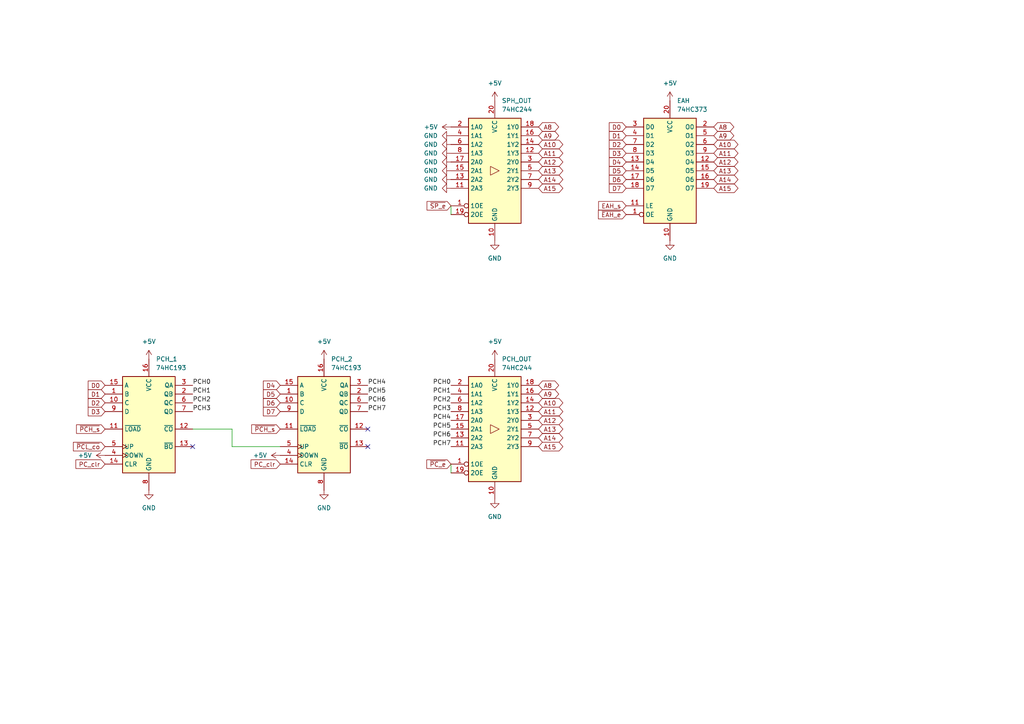
<source format=kicad_sch>
(kicad_sch (version 20211123) (generator eeschema)
  (paper "A4")
  (lib_symbols
    (symbol "74xx:74HC244"
      (property "Reference" "U" (at -7.62 16.51 0))
      (property "Value" "74HC244" (at -7.62 -16.51 0))
      (symbol "74HC244_1_0"
        (polyline (pts (xy 1.27 0) (xy -1.27 1.27) (xy -1.27 -1.27) (xy 1.27 0)) (stroke (width 0.1524)))
        (pin input inverted (at -12.7 -10.16 0) (length 5.08) (name "1OE") (number "1"))
        (pin power_in line (at 0 -20.32 90) (length 5.08) (name "GND") (number "10"))
        (pin input line (at -12.7 -5.08 0) (length 5.08) (name "2A3") (number "11"))
        (pin tri_state line (at 12.7 5.08 180) (length 5.08) (name "1Y3") (number "12"))
        (pin input line (at -12.7 -2.54 0) (length 5.08) (name "2A2") (number "13"))
        (pin tri_state line (at 12.7 7.62 180) (length 5.08) (name "1Y2") (number "14"))
        (pin input line (at -12.7 0 0) (length 5.08) (name "2A1") (number "15"))
        (pin tri_state line (at 12.7 10.16 180) (length 5.08) (name "1Y1") (number "16"))
        (pin input line (at -12.7 2.54 0) (length 5.08) (name "2A0") (number "17"))
        (pin tri_state line (at 12.7 12.7 180) (length 5.08) (name "1Y0") (number "18"))
        (pin input inverted (at -12.7 -12.7 0) (length 5.08) (name "2OE") (number "19"))
        (pin input line (at -12.7 12.7 0) (length 5.08) (name "1A0") (number "2"))
        (pin power_in line (at 0 20.32 270) (length 5.08) (name "VCC") (number "20"))
        (pin tri_state line (at 12.7 2.54 180) (length 5.08) (name "2Y0") (number "3"))
        (pin input line (at -12.7 10.16 0) (length 5.08) (name "1A1") (number "4"))
        (pin tri_state line (at 12.7 0 180) (length 5.08) (name "2Y1") (number "5"))
        (pin input line (at -12.7 7.62 0) (length 5.08) (name "1A2") (number "6"))
        (pin tri_state line (at 12.7 -2.54 180) (length 5.08) (name "2Y2") (number "7"))
        (pin input line (at -12.7 5.08 0) (length 5.08) (name "1A3") (number "8"))
        (pin tri_state line (at 12.7 -5.08 180) (length 5.08) (name "2Y3") (number "9"))
      )
      (symbol "74HC244_1_1"
        (rectangle (start -7.62 15.24) (end 7.62 -15.24) (stroke (width 0.254)) (fill (type background)))
      )
    )
    (symbol "74xx:74HC373"
      (property "Reference" "U" (at -7.62 16.51 0))
      (property "Value" "74HC373" (at -7.62 -16.51 0))
      (symbol "74HC373_1_0"
        (pin input inverted (at -12.7 -12.7 0) (length 5.08) (name "OE") (number "1"))
        (pin power_in line (at 0 -20.32 90) (length 5.08) (name "GND") (number "10"))
        (pin input line (at -12.7 -10.16 0) (length 5.08) (name "LE") (number "11"))
        (pin tri_state line (at 12.7 2.54 180) (length 5.08) (name "O4") (number "12"))
        (pin input line (at -12.7 2.54 0) (length 5.08) (name "D4") (number "13"))
        (pin input line (at -12.7 0 0) (length 5.08) (name "D5") (number "14"))
        (pin tri_state line (at 12.7 0 180) (length 5.08) (name "O5") (number "15"))
        (pin tri_state line (at 12.7 -2.54 180) (length 5.08) (name "O6") (number "16"))
        (pin input line (at -12.7 -2.54 0) (length 5.08) (name "D6") (number "17"))
        (pin input line (at -12.7 -5.08 0) (length 5.08) (name "D7") (number "18"))
        (pin tri_state line (at 12.7 -5.08 180) (length 5.08) (name "O7") (number "19"))
        (pin tri_state line (at 12.7 12.7 180) (length 5.08) (name "O0") (number "2"))
        (pin power_in line (at 0 20.32 270) (length 5.08) (name "VCC") (number "20"))
        (pin input line (at -12.7 12.7 0) (length 5.08) (name "D0") (number "3"))
        (pin input line (at -12.7 10.16 0) (length 5.08) (name "D1") (number "4"))
        (pin tri_state line (at 12.7 10.16 180) (length 5.08) (name "O1") (number "5"))
        (pin tri_state line (at 12.7 7.62 180) (length 5.08) (name "O2") (number "6"))
        (pin input line (at -12.7 7.62 0) (length 5.08) (name "D2") (number "7"))
        (pin input line (at -12.7 5.08 0) (length 5.08) (name "D3") (number "8"))
        (pin tri_state line (at 12.7 5.08 180) (length 5.08) (name "O3") (number "9"))
      )
      (symbol "74HC373_1_1"
        (rectangle (start -7.62 15.24) (end 7.62 -15.24) (stroke (width 0.254)) (fill (type background)))
      )
    )
    (symbol "74xx:74LS193"
      (property "Reference" "U" (at -7.62 13.97 0))
      (property "Value" "74LS193" (at 5.08 13.97 0))
      (symbol "74LS193_1_0"
        (pin input line (at -12.7 7.62 0) (length 5.08) (name "B") (number "1"))
        (pin input line (at -12.7 5.08 0) (length 5.08) (name "C") (number "10"))
        (pin input line (at -12.7 -2.54 0) (length 5.08) (name "~{LOAD}") (number "11"))
        (pin output line (at 12.7 -2.54 180) (length 5.08) (name "~{CO}") (number "12"))
        (pin output line (at 12.7 -7.62 180) (length 5.08) (name "~{BO}") (number "13"))
        (pin input line (at -12.7 -12.7 0) (length 5.08) (name "CLR") (number "14"))
        (pin input line (at -12.7 10.16 0) (length 5.08) (name "A") (number "15"))
        (pin power_in line (at 0 17.78 270) (length 5.08) (name "VCC") (number "16"))
        (pin output line (at 12.7 7.62 180) (length 5.08) (name "QB") (number "2"))
        (pin output line (at 12.7 10.16 180) (length 5.08) (name "QA") (number "3"))
        (pin input clock (at -12.7 -10.16 0) (length 5.08) (name "DOWN") (number "4"))
        (pin input clock (at -12.7 -7.62 0) (length 5.08) (name "UP") (number "5"))
        (pin output line (at 12.7 5.08 180) (length 5.08) (name "QC") (number "6"))
        (pin output line (at 12.7 2.54 180) (length 5.08) (name "QD") (number "7"))
        (pin power_in line (at 0 -20.32 90) (length 5.08) (name "GND") (number "8"))
        (pin input line (at -12.7 2.54 0) (length 5.08) (name "D") (number "9"))
      )
      (symbol "74LS193_1_1"
        (rectangle (start -7.62 12.7) (end 7.62 -15.24) (stroke (width 0.254)) (fill (type background)))
      )
    )
    (symbol "power:+5V" (power) (pin_names (offset 0))
      (property "Value" "+5V" (at 0 3.556 0))
      (symbol "+5V_0_1"
        (polyline (pts (xy -0.762 1.27) (xy 0 2.54)))
        (polyline (pts (xy 0 0) (xy 0 2.54)))
        (polyline (pts (xy 0 2.54) (xy 0.762 1.27)))
      )
      (symbol "+5V_1_1"
        (pin power_in line (at 0 0 90) (length 0) hide (name "+5V") (number "1"))
      )
    )
    (symbol "power:GND" (power) (pin_names (offset 0))
      (property "Value" "GND" (at 0 -3.81 0))
      (symbol "GND_0_1"
        (polyline (pts (xy 0 0) (xy 0 -1.27) (xy 1.27 -1.27) (xy 0 -2.54) (xy -1.27 -1.27) (xy 0 -1.27)))
      )
      (symbol "GND_1_1"
        (pin power_in line (at 0 0 270) (length 0) hide (name "GND") (number "1"))
      )
    )
  )
  (no_connect (at 106.68 124.46))
  (no_connect (at 55.88 129.54))
  (no_connect (at 106.68 129.54))
  (wire (pts (xy 67.31 124.46) (xy 67.31 129.54)))
  (wire (pts (xy 67.31 129.54) (xy 81.28 129.54)))
  (wire (pts (xy 55.88 124.46) (xy 67.31 124.46)))
  (wire (pts (xy 130.81 59.69) (xy 130.81 62.23)))
  (wire (pts (xy 130.81 134.62) (xy 130.81 137.16)))
  (label "PCH4" (at 130.81 121.92 180))
  (label "PCH1" (at 130.81 114.3 180))
  (label "PCH7" (at 130.81 129.54 180))
  (label "PCH2" (at 55.88 116.84 0))
  (label "PCH2" (at 130.81 116.84 180))
  (label "PCH6" (at 106.68 116.84 0))
  (label "PCH3" (at 130.81 119.38 180))
  (label "PCH3" (at 55.88 119.38 0))
  (label "PCH0" (at 55.88 111.76 0))
  (label "PCH5" (at 106.68 114.3 0))
  (label "PCH5" (at 130.81 124.46 180))
  (label "PCH7" (at 106.68 119.38 0))
  (label "PCH1" (at 55.88 114.3 0))
  (label "PCH0" (at 130.81 111.76 180))
  (label "PCH4" (at 106.68 111.76 0))
  (label "PCH6" (at 130.81 127 180))
  (global_label "EAH_s" (shape input) (at 181.61 59.69 180) (property "Intersheet References" "${INTERSHEET_REFS}" (effects hide)))
  (global_label "A13" (shape tri_state) (at 156.21 124.46 0) (property "Intersheet References" "${INTERSHEET_REFS}" (effects hide)))
  (global_label "A13" (shape tri_state) (at 207.01 49.53 0) (property "Intersheet References" "${INTERSHEET_REFS}" (effects hide)))
  (global_label "A8" (shape tri_state) (at 207.01 36.83 0) (property "Intersheet References" "${INTERSHEET_REFS}" (effects hide)))
  (global_label "A10" (shape tri_state) (at 156.21 116.84 0) (property "Intersheet References" "${INTERSHEET_REFS}" (effects hide)))
  (global_label "A11" (shape tri_state) (at 207.01 44.45 0) (property "Intersheet References" "${INTERSHEET_REFS}" (effects hide)))
  (global_label "~{PCL_co}" (shape input) (at 30.48 129.54 180) (property "Intersheet References" "${INTERSHEET_REFS}" (effects hide)))
  (global_label "A9" (shape tri_state) (at 156.21 114.3 0) (property "Intersheet References" "${INTERSHEET_REFS}" (effects hide)))
  (global_label "A15" (shape tri_state) (at 207.01 54.61 0) (property "Intersheet References" "${INTERSHEET_REFS}" (effects hide)))
  (global_label "PC_clr" (shape input) (at 81.28 134.62 180) (property "Intersheet References" "${INTERSHEET_REFS}" (effects hide)))
  (global_label "A15" (shape tri_state) (at 156.21 54.61 0) (property "Intersheet References" "${INTERSHEET_REFS}" (effects hide)))
  (global_label "D5" (shape input) (at 181.61 49.53 180) (property "Intersheet References" "${INTERSHEET_REFS}" (effects hide)))
  (global_label "A15" (shape tri_state) (at 156.21 129.54 0) (property "Intersheet References" "${INTERSHEET_REFS}" (effects hide)))
  (global_label "D0" (shape input) (at 181.61 36.83 180) (property "Intersheet References" "${INTERSHEET_REFS}" (effects hide)))
  (global_label "A10" (shape tri_state) (at 207.01 41.91 0) (property "Intersheet References" "${INTERSHEET_REFS}" (effects hide)))
  (global_label "~{PC_e}" (shape input) (at 130.81 134.62 180) (property "Intersheet References" "${INTERSHEET_REFS}" (effects hide)))
  (global_label "A9" (shape tri_state) (at 156.21 39.37 0) (property "Intersheet References" "${INTERSHEET_REFS}" (effects hide)))
  (global_label "D0" (shape input) (at 30.48 111.76 180) (property "Intersheet References" "${INTERSHEET_REFS}" (effects hide)))
  (global_label "D5" (shape input) (at 81.28 114.3 180) (property "Intersheet References" "${INTERSHEET_REFS}" (effects hide)))
  (global_label "D2" (shape input) (at 30.48 116.84 180) (property "Intersheet References" "${INTERSHEET_REFS}" (effects hide)))
  (global_label "D6" (shape input) (at 81.28 116.84 180) (property "Intersheet References" "${INTERSHEET_REFS}" (effects hide)))
  (global_label "A9" (shape tri_state) (at 207.01 39.37 0) (property "Intersheet References" "${INTERSHEET_REFS}" (effects hide)))
  (global_label "D7" (shape input) (at 81.28 119.38 180) (property "Intersheet References" "${INTERSHEET_REFS}" (effects hide)))
  (global_label "D7" (shape input) (at 181.61 54.61 180) (property "Intersheet References" "${INTERSHEET_REFS}" (effects hide)))
  (global_label "A12" (shape tri_state) (at 156.21 121.92 0) (property "Intersheet References" "${INTERSHEET_REFS}" (effects hide)))
  (global_label "A12" (shape tri_state) (at 207.01 46.99 0) (property "Intersheet References" "${INTERSHEET_REFS}" (effects hide)))
  (global_label "A8" (shape tri_state) (at 156.21 36.83 0) (property "Intersheet References" "${INTERSHEET_REFS}" (effects hide)))
  (global_label "D2" (shape input) (at 181.61 41.91 180) (property "Intersheet References" "${INTERSHEET_REFS}" (effects hide)))
  (global_label "A14" (shape tri_state) (at 207.01 52.07 0) (property "Intersheet References" "${INTERSHEET_REFS}" (effects hide)))
  (global_label "A13" (shape tri_state) (at 156.21 49.53 0) (property "Intersheet References" "${INTERSHEET_REFS}" (effects hide)))
  (global_label "A12" (shape tri_state) (at 156.21 46.99 0) (property "Intersheet References" "${INTERSHEET_REFS}" (effects hide)))
  (global_label "D1" (shape input) (at 181.61 39.37 180) (property "Intersheet References" "${INTERSHEET_REFS}" (effects hide)))
  (global_label "D1" (shape input) (at 30.48 114.3 180) (property "Intersheet References" "${INTERSHEET_REFS}" (effects hide)))
  (global_label "~{EAH_e}" (shape input) (at 181.61 62.23 180) (property "Intersheet References" "${INTERSHEET_REFS}" (effects hide)))
  (global_label "D6" (shape input) (at 181.61 52.07 180) (property "Intersheet References" "${INTERSHEET_REFS}" (effects hide)))
  (global_label "A10" (shape tri_state) (at 156.21 41.91 0) (property "Intersheet References" "${INTERSHEET_REFS}" (effects hide)))
  (global_label "A11" (shape tri_state) (at 156.21 119.38 0) (property "Intersheet References" "${INTERSHEET_REFS}" (effects hide)))
  (global_label "A14" (shape tri_state) (at 156.21 52.07 0) (property "Intersheet References" "${INTERSHEET_REFS}" (effects hide)))
  (global_label "PC_clr" (shape input) (at 30.48 134.62 180) (property "Intersheet References" "${INTERSHEET_REFS}" (effects hide)))
  (global_label "~{SP_e}" (shape input) (at 130.81 59.69 180) (property "Intersheet References" "${INTERSHEET_REFS}" (effects hide)))
  (global_label "~{PCH_s}" (shape input) (at 30.48 124.46 180) (property "Intersheet References" "${INTERSHEET_REFS}" (effects hide)))
  (global_label "A14" (shape tri_state) (at 156.21 127 0) (property "Intersheet References" "${INTERSHEET_REFS}" (effects hide)))
  (global_label "~{PCH_s}" (shape input) (at 81.28 124.46 180) (property "Intersheet References" "${INTERSHEET_REFS}" (effects hide)))
  (global_label "D3" (shape input) (at 181.61 44.45 180) (property "Intersheet References" "${INTERSHEET_REFS}" (effects hide)))
  (global_label "D4" (shape input) (at 81.28 111.76 180) (property "Intersheet References" "${INTERSHEET_REFS}" (effects hide)))
  (global_label "D3" (shape input) (at 30.48 119.38 180) (property "Intersheet References" "${INTERSHEET_REFS}" (effects hide)))
  (global_label "A8" (shape tri_state) (at 156.21 111.76 0) (property "Intersheet References" "${INTERSHEET_REFS}" (effects hide)))
  (global_label "A11" (shape tri_state) (at 156.21 44.45 0) (property "Intersheet References" "${INTERSHEET_REFS}" (effects hide)))
  (global_label "D4" (shape input) (at 181.61 46.99 180) (property "Intersheet References" "${INTERSHEET_REFS}" (effects hide)))
  (symbol (lib_id "power:GND") (at 130.81 39.37 270) (unit 1)
    (property "Reference" "#PWR0202" (effects hide))
    (property "Value" "GND" (at 127 39.3699 90) (effects (justify right)))
  )
  (symbol (lib_id "power:GND") (at 130.81 41.91 270) (unit 1)
    (property "Reference" "#PWR0201" (effects hide))
    (property "Value" "GND" (at 127 41.9099 90) (effects (justify right)))
  )
  (symbol (lib_id "power:GND") (at 130.81 44.45 270) (unit 1)
    (property "Reference" "#PWR0200" (effects hide))
    (property "Value" "GND" (at 127 44.4499 90) (effects (justify right)))
  )
  (symbol (lib_id "74xx:74HC373") (at 194.31 49.53 0) (unit 1)
    (property "Reference" "EAH" (at 196.3294 29.21 0) (effects (justify left)))
    (property "Value" "74HC373" (at 196.3294 31.75 0) (effects (justify left)))
    (property "Datasheet" "https://www.ti.com/lit/ds/symlink/cd54hc373.pdf" (effects hide))
  )
  (symbol (lib_id "74xx:74LS193") (at 43.18 121.92 0) (unit 1)
    (property "Reference" "PCH_1" (at 45.1994 104.14 0) (effects (justify left)))
    (property "Value" "74HC193" (at 45.1994 106.68 0) (effects (justify left)))
    (property "Datasheet" "http://www.ti.com/lit/ds/symlink/sn74ls193.pdf" (effects hide))
  )
  (symbol (lib_id "power:GND") (at 130.81 54.61 270) (unit 1)
    (property "Reference" "#PWR0203" (effects hide))
    (property "Value" "GND" (at 127 54.6099 90) (effects (justify right)))
  )
  (symbol (lib_id "power:+5V") (at 194.31 29.21 0) (unit 1)
    (property "Reference" "#PWR0206" (effects hide))
    (property "Value" "+5V" (at 194.31 24.13 0))
  )
  (symbol (lib_id "74xx:74LS193") (at 93.98 121.92 0) (unit 1)
    (property "Reference" "PCH_2" (at 95.9994 104.14 0) (effects (justify left)))
    (property "Value" "74HC193" (at 95.9994 106.68 0) (effects (justify left)))
    (property "Datasheet" "http://www.ti.com/lit/ds/symlink/sn74ls193.pdf" (effects hide))
  )
  (symbol (lib_id "74xx:74HC244") (at 143.51 49.53 0) (unit 1)
    (property "Reference" "SPH_OUT" (at 145.5294 29.21 0) (effects (justify left)))
    (property "Value" "74HC244" (at 145.5294 31.75 0) (effects (justify left)))
    (property "Datasheet" "https://assets.nexperia.com/documents/data-sheet/74HC_HCT244.pdf" (effects hide))
  )
  (symbol (lib_id "power:GND") (at 43.18 142.24 0) (unit 1)
    (property "Reference" "#PWR0210" (effects hide))
    (property "Value" "GND" (at 43.18 147.32 0))
  )
  (symbol (lib_id "power:+5V") (at 143.51 29.21 0) (unit 1)
    (property "Reference" "#PWR0205" (effects hide))
    (property "Value" "+5V" (at 143.51 24.13 0))
  )
  (symbol (lib_id "power:GND") (at 130.81 46.99 270) (unit 1)
    (property "Reference" "#PWR0199" (effects hide))
    (property "Value" "GND" (at 127 46.9899 90) (effects (justify right)))
  )
  (symbol (lib_id "power:GND") (at 194.31 69.85 0) (unit 1)
    (property "Reference" "#PWR0207" (effects hide))
    (property "Value" "GND" (at 194.31 74.93 0))
  )
  (symbol (lib_id "power:+5V") (at 81.28 132.08 90) (unit 1)
    (property "Reference" "#PWR0208" (effects hide))
    (property "Value" "+5V" (at 77.47 132.0799 90) (effects (justify left)))
  )
  (symbol (lib_id "power:GND") (at 130.81 49.53 270) (unit 1)
    (property "Reference" "#PWR0198" (effects hide))
    (property "Value" "GND" (at 127 49.5299 90) (effects (justify right)))
  )
  (symbol (lib_id "power:+5V") (at 30.48 132.08 90) (unit 1)
    (property "Reference" "#PWR0213" (effects hide))
    (property "Value" "+5V" (at 26.67 132.0799 90) (effects (justify left)))
  )
  (symbol (lib_id "power:GND") (at 93.98 142.24 0) (unit 1)
    (property "Reference" "#PWR0212" (effects hide))
    (property "Value" "GND" (at 93.98 147.32 0))
  )
  (symbol (lib_id "power:+5V") (at 43.18 104.14 0) (unit 1)
    (property "Reference" "#PWR0209" (effects hide))
    (property "Value" "+5V" (at 43.18 99.06 0))
  )
  (symbol (lib_id "74xx:74HC244") (at 143.51 124.46 0) (unit 1)
    (property "Reference" "PCH_OUT" (at 145.5294 104.14 0) (effects (justify left)))
    (property "Value" "74HC244" (at 145.5294 106.68 0) (effects (justify left)))
    (property "Datasheet" "https://assets.nexperia.com/documents/data-sheet/74HC_HCT244.pdf" (effects hide))
  )
  (symbol (lib_id "power:GND") (at 143.51 69.85 0) (unit 1)
    (property "Reference" "#PWR0204" (effects hide))
    (property "Value" "GND" (at 143.51 74.93 0))
  )
  (symbol (lib_id "power:+5V") (at 93.98 104.14 0) (unit 1)
    (property "Reference" "#PWR0211" (effects hide))
    (property "Value" "+5V" (at 93.98 99.06 0))
  )
  (symbol (lib_id "power:+5V") (at 143.51 104.14 0) (unit 1)
    (property "Reference" "#PWR0194" (effects hide))
    (property "Value" "+5V" (at 143.51 99.06 0))
  )
  (symbol (lib_id "power:GND") (at 143.51 144.78 0) (unit 1)
    (property "Reference" "#PWR0195" (effects hide))
    (property "Value" "GND" (at 143.51 149.86 0))
  )
  (symbol (lib_id "power:+5V") (at 130.81 36.83 90) (unit 1)
    (property "Reference" "#PWR0196" (effects hide))
    (property "Value" "+5V" (at 127 36.8299 90) (effects (justify left)))
  )
  (symbol (lib_id "power:GND") (at 130.81 52.07 270) (unit 1)
    (property "Reference" "#PWR0197" (effects hide))
    (property "Value" "GND" (at 127 52.0699 90) (effects (justify right)))
  )
)
</source>
